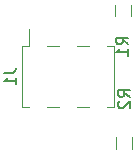
<source format=gbo>
G04 #@! TF.FileFunction,Legend,Bot*
%FSLAX46Y46*%
G04 Gerber Fmt 4.6, Leading zero omitted, Abs format (unit mm)*
G04 Created by KiCad (PCBNEW 4.0.7) date 03/02/18 21:06:54*
%MOMM*%
%LPD*%
G01*
G04 APERTURE LIST*
%ADD10C,0.100000*%
%ADD11C,0.120000*%
%ADD12C,0.150000*%
G04 APERTURE END LIST*
D10*
D11*
X140526480Y-89747480D02*
X140526480Y-88747480D01*
X139166480Y-88747480D02*
X139166480Y-89747480D01*
X139266480Y-99947480D02*
X139266480Y-100947480D01*
X140626480Y-100947480D02*
X140626480Y-99947480D01*
X131366480Y-92237480D02*
X131366480Y-97437480D01*
X139106480Y-92237480D02*
X139106480Y-97437480D01*
X131936480Y-90797480D02*
X131936480Y-92237480D01*
X131366480Y-92237480D02*
X131936480Y-92237480D01*
X131366480Y-97437480D02*
X131936480Y-97437480D01*
X138536480Y-92237480D02*
X139106480Y-92237480D01*
X138536480Y-97437480D02*
X139106480Y-97437480D01*
X133456480Y-92237480D02*
X134476480Y-92237480D01*
X133456480Y-97437480D02*
X134476480Y-97437480D01*
X135996480Y-92237480D02*
X137016480Y-92237480D01*
X135996480Y-97437480D02*
X137016480Y-97437480D01*
D12*
X140318861Y-92120814D02*
X139842670Y-91787480D01*
X140318861Y-91549385D02*
X139318861Y-91549385D01*
X139318861Y-91930338D01*
X139366480Y-92025576D01*
X139414099Y-92073195D01*
X139509337Y-92120814D01*
X139652194Y-92120814D01*
X139747432Y-92073195D01*
X139795051Y-92025576D01*
X139842670Y-91930338D01*
X139842670Y-91549385D01*
X140318861Y-93073195D02*
X140318861Y-92501766D01*
X140318861Y-92787480D02*
X139318861Y-92787480D01*
X139461718Y-92692242D01*
X139556956Y-92597004D01*
X139604575Y-92501766D01*
X140468861Y-96560814D02*
X139992670Y-96227480D01*
X140468861Y-95989385D02*
X139468861Y-95989385D01*
X139468861Y-96370338D01*
X139516480Y-96465576D01*
X139564099Y-96513195D01*
X139659337Y-96560814D01*
X139802194Y-96560814D01*
X139897432Y-96513195D01*
X139945051Y-96465576D01*
X139992670Y-96370338D01*
X139992670Y-95989385D01*
X139564099Y-96941766D02*
X139516480Y-96989385D01*
X139468861Y-97084623D01*
X139468861Y-97322719D01*
X139516480Y-97417957D01*
X139564099Y-97465576D01*
X139659337Y-97513195D01*
X139754575Y-97513195D01*
X139897432Y-97465576D01*
X140468861Y-96894147D01*
X140468861Y-97513195D01*
X129818861Y-94504147D02*
X130533147Y-94504147D01*
X130676004Y-94456527D01*
X130771242Y-94361289D01*
X130818861Y-94218432D01*
X130818861Y-94123194D01*
X130818861Y-95504147D02*
X130818861Y-94932718D01*
X130818861Y-95218432D02*
X129818861Y-95218432D01*
X129961718Y-95123194D01*
X130056956Y-95027956D01*
X130104575Y-94932718D01*
M02*

</source>
